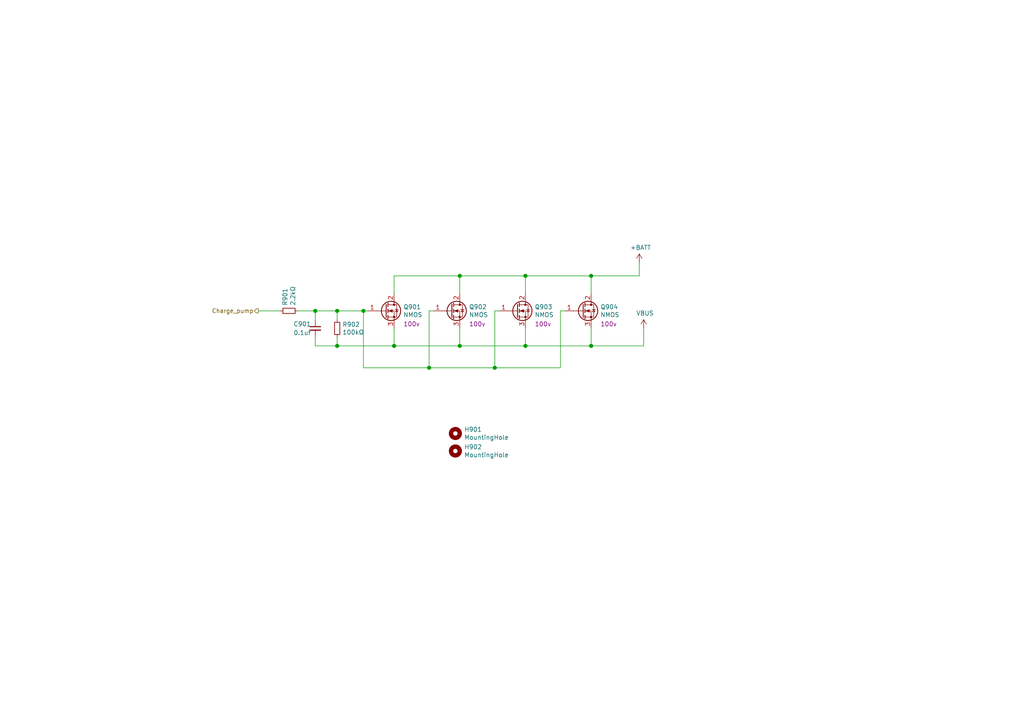
<source format=kicad_sch>
(kicad_sch (version 20211123) (generator eeschema)
  (paper "A4")
  (lib_symbols
    (symbol "Device:C_Small" (pin_numbers hide) (pin_names (offset 0.254) hide)
      (property "Reference" "C" (at 0.254 1.778 0))
      (property "Value" "C_Small" (at 0.254 -2.032 0))
      (symbol "C_Small_0_1"
        (polyline (pts (xy -1.524 -0.508) (xy 1.524 -0.508)) (stroke (width 0.3302)))
        (polyline (pts (xy -1.524 0.508) (xy 1.524 0.508)) (stroke (width 0.3048)))
      )
      (symbol "C_Small_1_1"
        (pin passive line (at 0 2.54 270) (length 2.032) (name "~") (number "1"))
        (pin passive line (at 0 -2.54 90) (length 2.032) (name "~") (number "2"))
      )
    )
    (symbol "Device:Q_NMOS_GDS" (pin_names (offset 0) hide)
      (property "Reference" "Q" (at 5.08 1.27 0))
      (property "Value" "Q_NMOS_GDS" (at 5.08 -1.27 0))
      (symbol "Q_NMOS_GDS_0_1"
        (polyline (pts (xy 0.254 0) (xy -2.54 0)))
        (polyline (pts (xy 0.254 1.905) (xy 0.254 -1.905)) (stroke (width 0.254)))
        (polyline (pts (xy 0.762 -1.27) (xy 0.762 -2.286)) (stroke (width 0.254)))
        (polyline (pts (xy 0.762 0.508) (xy 0.762 -0.508)) (stroke (width 0.254)))
        (polyline (pts (xy 0.762 2.286) (xy 0.762 1.27)) (stroke (width 0.254)))
        (polyline (pts (xy 2.54 2.54) (xy 2.54 1.778)))
        (polyline (pts (xy 2.54 -2.54) (xy 2.54 0) (xy 0.762 0)))
        (polyline (pts (xy 0.762 -1.778) (xy 3.302 -1.778) (xy 3.302 1.778) (xy 0.762 1.778)))
        (polyline (pts (xy 1.016 0) (xy 2.032 0.381) (xy 2.032 -0.381) (xy 1.016 0)) (fill (type outline)))
        (polyline (pts (xy 2.794 0.508) (xy 2.921 0.381) (xy 3.683 0.381) (xy 3.81 0.254)))
        (polyline (pts (xy 3.302 0.381) (xy 2.921 -0.254) (xy 3.683 -0.254) (xy 3.302 0.381)))
        (circle (center 1.651 0) (radius 2.794) (stroke (width 0.254)))
        (circle (center 2.54 -1.778) (radius 0.254) (fill (type outline)))
        (circle (center 2.54 1.778) (radius 0.254) (fill (type outline)))
      )
      (symbol "Q_NMOS_GDS_1_1"
        (pin input line (at -5.08 0 0) (length 2.54) (name "G") (number "1"))
        (pin passive line (at 2.54 5.08 270) (length 2.54) (name "D") (number "2"))
        (pin passive line (at 2.54 -5.08 90) (length 2.54) (name "S") (number "3"))
      )
    )
    (symbol "Device:R_Small" (pin_numbers hide) (pin_names (offset 0.254) hide)
      (property "Reference" "R" (at 0.762 0.508 0))
      (property "Value" "R_Small" (at 0.762 -1.016 0))
      (symbol "R_Small_0_1"
        (rectangle (start -0.762 1.778) (end 0.762 -1.778) (stroke (width 0.2032)))
      )
      (symbol "R_Small_1_1"
        (pin passive line (at 0 2.54 270) (length 0.762) (name "~") (number "1"))
        (pin passive line (at 0 -2.54 90) (length 0.762) (name "~") (number "2"))
      )
    )
    (symbol "Mechanical:MountingHole" (pin_names (offset 1.016))
      (property "Reference" "H" (at 0 5.08 0))
      (property "Value" "MountingHole" (at 0 3.175 0))
      (symbol "MountingHole_0_1"
        (circle (center 0 0) (radius 1.27) (stroke (width 1.27)))
      )
    )
    (symbol "power:+BATT" (power) (pin_names (offset 0))
      (property "Value" "+BATT" (at 0 3.556 0))
      (symbol "+BATT_0_1"
        (polyline (pts (xy -0.762 1.27) (xy 0 2.54)))
        (polyline (pts (xy 0 0) (xy 0 2.54)))
        (polyline (pts (xy 0 2.54) (xy 0.762 1.27)))
      )
      (symbol "+BATT_1_1"
        (pin power_in line (at 0 0 90) (length 0) hide (name "+BATT") (number "1"))
      )
    )
    (symbol "power:VBUS" (power) (pin_names (offset 0))
      (property "Value" "VBUS" (at 0 3.81 0))
      (symbol "VBUS_0_1"
        (polyline (pts (xy -0.762 1.27) (xy 0 2.54)))
        (polyline (pts (xy 0 0) (xy 0 2.54)))
        (polyline (pts (xy 0 2.54) (xy 0.762 1.27)))
      )
      (symbol "VBUS_1_1"
        (pin power_in line (at 0 0 90) (length 0) hide (name "VBUS") (number "1"))
      )
    )
  )
  (junction (at 124.46 106.68) (diameter 1.016))
  (junction (at 91.44 90.17) (diameter 1.016))
  (junction (at 133.35 100.33) (diameter 1.016))
  (junction (at 105.41 90.17) (diameter 1.016))
  (junction (at 152.4 80.01) (diameter 1.016))
  (junction (at 97.79 90.17) (diameter 1.016))
  (junction (at 114.3 100.33) (diameter 1.016))
  (junction (at 143.51 106.68) (diameter 1.016))
  (junction (at 152.4 100.33) (diameter 1.016))
  (junction (at 133.35 80.01) (diameter 1.016))
  (junction (at 171.45 100.33) (diameter 1.016))
  (junction (at 171.45 80.01) (diameter 1.016))
  (junction (at 97.79 100.33) (diameter 1.016))
  (wire (pts (xy 125.73 90.17) (xy 124.46 90.17)))
  (wire (pts (xy 105.41 90.17) (xy 105.41 106.68)))
  (wire (pts (xy 91.44 97.79) (xy 91.44 100.33)))
  (wire (pts (xy 114.3 95.25) (xy 114.3 100.33)))
  (wire (pts (xy 171.45 100.33) (xy 186.69 100.33)))
  (wire (pts (xy 152.4 80.01) (xy 152.4 85.09)))
  (wire (pts (xy 152.4 95.25) (xy 152.4 100.33)))
  (wire (pts (xy 133.35 80.01) (xy 152.4 80.01)))
  (wire (pts (xy 97.79 90.17) (xy 105.41 90.17)))
  (wire (pts (xy 163.83 90.17) (xy 162.56 90.17)))
  (wire (pts (xy 133.35 95.25) (xy 133.35 100.33)))
  (wire (pts (xy 114.3 80.01) (xy 133.35 80.01)))
  (wire (pts (xy 81.28 90.17) (xy 74.93 90.17)))
  (wire (pts (xy 114.3 100.33) (xy 97.79 100.33)))
  (wire (pts (xy 133.35 100.33) (xy 152.4 100.33)))
  (wire (pts (xy 162.56 90.17) (xy 162.56 106.68)))
  (wire (pts (xy 152.4 100.33) (xy 171.45 100.33)))
  (wire (pts (xy 97.79 100.33) (xy 91.44 100.33)))
  (wire (pts (xy 186.69 100.33) (xy 186.69 95.25)))
  (wire (pts (xy 171.45 80.01) (xy 185.42 80.01)))
  (wire (pts (xy 91.44 92.71) (xy 91.44 90.17)))
  (wire (pts (xy 114.3 100.33) (xy 133.35 100.33)))
  (wire (pts (xy 143.51 106.68) (xy 124.46 106.68)))
  (wire (pts (xy 162.56 106.68) (xy 143.51 106.68)))
  (wire (pts (xy 144.78 90.17) (xy 143.51 90.17)))
  (wire (pts (xy 124.46 106.68) (xy 105.41 106.68)))
  (wire (pts (xy 185.42 76.2) (xy 185.42 80.01)))
  (wire (pts (xy 124.46 90.17) (xy 124.46 106.68)))
  (wire (pts (xy 114.3 80.01) (xy 114.3 85.09)))
  (wire (pts (xy 152.4 80.01) (xy 171.45 80.01)))
  (wire (pts (xy 171.45 80.01) (xy 171.45 85.09)))
  (wire (pts (xy 97.79 92.71) (xy 97.79 90.17)))
  (wire (pts (xy 143.51 90.17) (xy 143.51 106.68)))
  (wire (pts (xy 106.68 90.17) (xy 105.41 90.17)))
  (wire (pts (xy 171.45 95.25) (xy 171.45 100.33)))
  (wire (pts (xy 86.36 90.17) (xy 91.44 90.17)))
  (wire (pts (xy 91.44 90.17) (xy 97.79 90.17)))
  (wire (pts (xy 133.35 80.01) (xy 133.35 85.09)))
  (wire (pts (xy 97.79 97.79) (xy 97.79 100.33)))
  (hierarchical_label "Charge_pump" (shape output) (at 74.93 90.17 180) (effects (font (size 1.1938 1.1938))))
  (symbol (lib_id "Device:Q_NMOS_GDS") (at 111.76 90.17 0) (unit 1)
    (property "Reference" "Q901" (at 116.967 89.027 0) (effects (justify left)))
    (property "Value" "NMOS" (at 116.967 91.313 0) (effects (justify left)))
    (property "Footprint" "24_moxie_drive:TO-220F-3_Horizontal_TabUp_w_boltkeepout" (effects hide))
    (property "VDS" "100v" (at 119.38 93.98 0))
    (property "Current" "100A" (effects hide))
  )
  (symbol (lib_id "Device:Q_NMOS_GDS") (at 130.81 90.17 0) (unit 1)
    (property "Reference" "Q902" (at 136.017 89.027 0) (effects (justify left)))
    (property "Value" "NMOS" (at 136.017 91.313 0) (effects (justify left)))
    (property "Footprint" "24_moxie_drive:TO-220F-3_Horizontal_TabUp_w_boltkeepout" (effects hide))
    (property "VDS" "100v" (at 138.43 93.98 0))
    (property "Current" "100A" (effects hide))
  )
  (symbol (lib_id "Device:Q_NMOS_GDS") (at 149.86 90.17 0) (unit 1)
    (property "Reference" "Q903" (at 155.067 89.027 0) (effects (justify left)))
    (property "Value" "NMOS" (at 155.067 91.313 0) (effects (justify left)))
    (property "Footprint" "24_moxie_drive:TO-220F-3_Horizontal_TabUp_w_boltkeepout" (effects hide))
    (property "VDS" "100v" (at 157.48 93.98 0))
    (property "Current" "100A" (effects hide))
  )
  (symbol (lib_id "Device:Q_NMOS_GDS") (at 168.91 90.17 0) (unit 1)
    (property "Reference" "Q904" (at 174.117 89.027 0) (effects (justify left)))
    (property "Value" "NMOS" (at 174.117 91.313 0) (effects (justify left)))
    (property "Footprint" "24_moxie_drive:TO-220F-3_Horizontal_TabUp_w_boltkeepout" (effects hide))
    (property "VDS" "100v" (at 176.53 93.98 0))
    (property "Current" "100A" (effects hide))
  )
  (symbol (lib_id "power:VBUS") (at 186.69 95.25 0) (unit 1)
    (property "Reference" "#PWR0902" (effects hide))
    (property "Value" "VBUS" (at 187.071 90.8558 0))
  )
  (symbol (lib_id "power:+BATT") (at 185.42 76.2 0) (unit 1)
    (property "Reference" "#PWR0901" (effects hide))
    (property "Value" "+BATT" (at 185.801 71.8058 0))
  )
  (symbol (lib_id "Device:R_Small") (at 97.79 95.25 0) (unit 1)
    (property "Reference" "R902" (at 99.2886 94.107 0) (effects (justify left)))
    (property "Value" "100kΩ" (at 99.2886 96.393 0) (effects (justify left)))
    (property "Footprint" "pkl_dipol:R_0603" (effects hide))
  )
  (symbol (lib_id "Device:C_Small") (at 91.44 95.25 0) (unit 1)
    (property "Reference" "C901" (at 85.09 93.98 0) (effects (justify left)))
    (property "Value" "0.1uf" (at 85.09 96.52 0) (effects (justify left)))
    (property "Footprint" "pkl_dipol:C_0603" (effects hide))
    (property "Voltage" "100v" (effects hide))
  )
  (symbol (lib_id "Device:R_Small") (at 83.82 90.17 90) (unit 1)
    (property "Reference" "R901" (at 82.677 88.6714 0) (effects (justify left)))
    (property "Value" "2.2kΩ" (at 84.963 88.6714 0) (effects (justify left)))
    (property "Footprint" "pkl_dipol:R_0603" (effects hide))
  )
  (symbol (lib_id "Mechanical:MountingHole") (at 132.08 125.73 0) (unit 1)
    (property "Reference" "H901" (at 134.62 124.5616 0) (effects (justify left)))
    (property "Value" "MountingHole" (at 134.62 126.873 0) (effects (justify left)))
    (property "Footprint" "24_moxie_drive:MountingHole_M3_3.2x8.0mm_w_washer&screw" (effects hide))
  )
  (symbol (lib_id "Mechanical:MountingHole") (at 132.08 130.81 0) (unit 1)
    (property "Reference" "H902" (at 134.62 129.6416 0) (effects (justify left)))
    (property "Value" "MountingHole" (at 134.62 131.953 0) (effects (justify left)))
    (property "Footprint" "24_moxie_drive:MountingHole_M3_3.2x8.0mm_w_washer&screw" (effects hide))
  )
)
</source>
